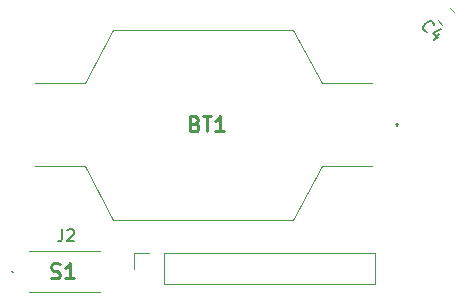
<source format=gbr>
%TF.GenerationSoftware,KiCad,Pcbnew,7.0.5*%
%TF.CreationDate,2023-07-02T17:57:48+02:00*%
%TF.ProjectId,eink-NFC,65696e6b-2d4e-4464-932e-6b696361645f,rev?*%
%TF.SameCoordinates,Original*%
%TF.FileFunction,Legend,Top*%
%TF.FilePolarity,Positive*%
%FSLAX46Y46*%
G04 Gerber Fmt 4.6, Leading zero omitted, Abs format (unit mm)*
G04 Created by KiCad (PCBNEW 7.0.5) date 2023-07-02 17:57:48*
%MOMM*%
%LPD*%
G01*
G04 APERTURE LIST*
%ADD10C,0.150000*%
%ADD11C,0.254000*%
%ADD12C,0.120000*%
%ADD13C,0.100000*%
%ADD14C,0.200000*%
G04 APERTURE END LIST*
D10*
%TO.C,C4*%
X149033571Y-73685973D02*
X148966227Y-73685973D01*
X148966227Y-73685973D02*
X148831540Y-73618629D01*
X148831540Y-73618629D02*
X148764197Y-73551286D01*
X148764197Y-73551286D02*
X148696853Y-73416599D01*
X148696853Y-73416599D02*
X148696853Y-73281912D01*
X148696853Y-73281912D02*
X148730525Y-73180897D01*
X148730525Y-73180897D02*
X148831540Y-73012538D01*
X148831540Y-73012538D02*
X148932555Y-72911523D01*
X148932555Y-72911523D02*
X149100914Y-72810507D01*
X149100914Y-72810507D02*
X149201929Y-72776836D01*
X149201929Y-72776836D02*
X149336616Y-72776836D01*
X149336616Y-72776836D02*
X149471303Y-72844179D01*
X149471303Y-72844179D02*
X149538647Y-72911523D01*
X149538647Y-72911523D02*
X149605990Y-73046210D01*
X149605990Y-73046210D02*
X149605990Y-73113553D01*
X150043723Y-73888003D02*
X149572319Y-74359408D01*
X150144738Y-73450271D02*
X149471303Y-73786988D01*
X149471303Y-73786988D02*
X149909036Y-74224721D01*
D11*
%TO.C,S1*%
X117163880Y-94493842D02*
X117345309Y-94554318D01*
X117345309Y-94554318D02*
X117647690Y-94554318D01*
X117647690Y-94554318D02*
X117768642Y-94493842D01*
X117768642Y-94493842D02*
X117829118Y-94433365D01*
X117829118Y-94433365D02*
X117889595Y-94312413D01*
X117889595Y-94312413D02*
X117889595Y-94191461D01*
X117889595Y-94191461D02*
X117829118Y-94070508D01*
X117829118Y-94070508D02*
X117768642Y-94010032D01*
X117768642Y-94010032D02*
X117647690Y-93949556D01*
X117647690Y-93949556D02*
X117405785Y-93889080D01*
X117405785Y-93889080D02*
X117284833Y-93828603D01*
X117284833Y-93828603D02*
X117224356Y-93768127D01*
X117224356Y-93768127D02*
X117163880Y-93647175D01*
X117163880Y-93647175D02*
X117163880Y-93526222D01*
X117163880Y-93526222D02*
X117224356Y-93405270D01*
X117224356Y-93405270D02*
X117284833Y-93344794D01*
X117284833Y-93344794D02*
X117405785Y-93284318D01*
X117405785Y-93284318D02*
X117708166Y-93284318D01*
X117708166Y-93284318D02*
X117889595Y-93344794D01*
X119099119Y-94554318D02*
X118373404Y-94554318D01*
X118736261Y-94554318D02*
X118736261Y-93284318D01*
X118736261Y-93284318D02*
X118615309Y-93465746D01*
X118615309Y-93465746D02*
X118494357Y-93586699D01*
X118494357Y-93586699D02*
X118373404Y-93647175D01*
D10*
%TO.C,J2*%
X118126666Y-90404819D02*
X118126666Y-91119104D01*
X118126666Y-91119104D02*
X118079047Y-91261961D01*
X118079047Y-91261961D02*
X117983809Y-91357200D01*
X117983809Y-91357200D02*
X117840952Y-91404819D01*
X117840952Y-91404819D02*
X117745714Y-91404819D01*
X118555238Y-90500057D02*
X118602857Y-90452438D01*
X118602857Y-90452438D02*
X118698095Y-90404819D01*
X118698095Y-90404819D02*
X118936190Y-90404819D01*
X118936190Y-90404819D02*
X119031428Y-90452438D01*
X119031428Y-90452438D02*
X119079047Y-90500057D01*
X119079047Y-90500057D02*
X119126666Y-90595295D01*
X119126666Y-90595295D02*
X119126666Y-90690533D01*
X119126666Y-90690533D02*
X119079047Y-90833390D01*
X119079047Y-90833390D02*
X118507619Y-91404819D01*
X118507619Y-91404819D02*
X119126666Y-91404819D01*
D11*
%TO.C,BT1*%
X129321643Y-81443080D02*
X129503071Y-81503556D01*
X129503071Y-81503556D02*
X129563548Y-81564032D01*
X129563548Y-81564032D02*
X129624024Y-81684984D01*
X129624024Y-81684984D02*
X129624024Y-81866413D01*
X129624024Y-81866413D02*
X129563548Y-81987365D01*
X129563548Y-81987365D02*
X129503071Y-82047842D01*
X129503071Y-82047842D02*
X129382119Y-82108318D01*
X129382119Y-82108318D02*
X128898309Y-82108318D01*
X128898309Y-82108318D02*
X128898309Y-80838318D01*
X128898309Y-80838318D02*
X129321643Y-80838318D01*
X129321643Y-80838318D02*
X129442595Y-80898794D01*
X129442595Y-80898794D02*
X129503071Y-80959270D01*
X129503071Y-80959270D02*
X129563548Y-81080222D01*
X129563548Y-81080222D02*
X129563548Y-81201175D01*
X129563548Y-81201175D02*
X129503071Y-81322127D01*
X129503071Y-81322127D02*
X129442595Y-81382603D01*
X129442595Y-81382603D02*
X129321643Y-81443080D01*
X129321643Y-81443080D02*
X128898309Y-81443080D01*
X129986881Y-80838318D02*
X130712595Y-80838318D01*
X130349738Y-82108318D02*
X130349738Y-80838318D01*
X131801167Y-82108318D02*
X131075452Y-82108318D01*
X131438309Y-82108318D02*
X131438309Y-80838318D01*
X131438309Y-80838318D02*
X131317357Y-81019746D01*
X131317357Y-81019746D02*
X131196405Y-81140699D01*
X131196405Y-81140699D02*
X131075452Y-81201175D01*
D12*
%TO.C,C4*%
X151298080Y-72026633D02*
X150928613Y-71657166D01*
X150258633Y-73066080D02*
X149889166Y-72696613D01*
D13*
%TO.C,S1*%
X113831500Y-93980000D02*
X113831500Y-93980000D01*
X113931500Y-93980000D02*
X113931500Y-93980000D01*
X115331500Y-92230000D02*
X121331500Y-92230000D01*
X115331500Y-95730000D02*
X121331500Y-95730000D01*
X113931500Y-93980000D02*
G75*
G03*
X113831500Y-93980000I-50000J0D01*
G01*
X113831500Y-93980000D02*
G75*
G03*
X113931500Y-93980000I50000J0D01*
G01*
D12*
%TO.C,J2*%
X126767500Y-95056000D02*
X144607500Y-95056000D01*
X126767500Y-95056000D02*
X126767500Y-92396000D01*
X144607500Y-95056000D02*
X144607500Y-92396000D01*
X124167500Y-93726000D02*
X124167500Y-92396000D01*
X124167500Y-92396000D02*
X125497500Y-92396000D01*
X126767500Y-92396000D02*
X144607500Y-92396000D01*
D14*
%TO.C,BT1*%
X146469500Y-81634000D02*
X146469500Y-81634000D01*
X146469500Y-81434000D02*
X146469500Y-81434000D01*
D13*
X144319500Y-85034000D02*
X140069500Y-85034000D01*
X144319500Y-78034000D02*
X140069500Y-78034000D01*
X140069500Y-85034000D02*
X137689500Y-89584000D01*
X140069500Y-78034000D02*
X137689500Y-73484000D01*
X137689500Y-89584000D02*
X122449500Y-89584000D01*
X137689500Y-73484000D02*
X122449500Y-73484000D01*
X122449500Y-89584000D02*
X120069500Y-85034000D01*
X122449500Y-73484000D02*
X120069500Y-78034000D01*
X120069500Y-85034000D02*
X115819500Y-85034000D01*
X120069500Y-78034000D02*
X115819500Y-78034000D01*
D14*
X146469500Y-81434000D02*
G75*
G03*
X146469500Y-81634000I0J-100000D01*
G01*
X146469500Y-81634000D02*
G75*
G03*
X146469500Y-81434000I0J100000D01*
G01*
%TD*%
M02*

</source>
